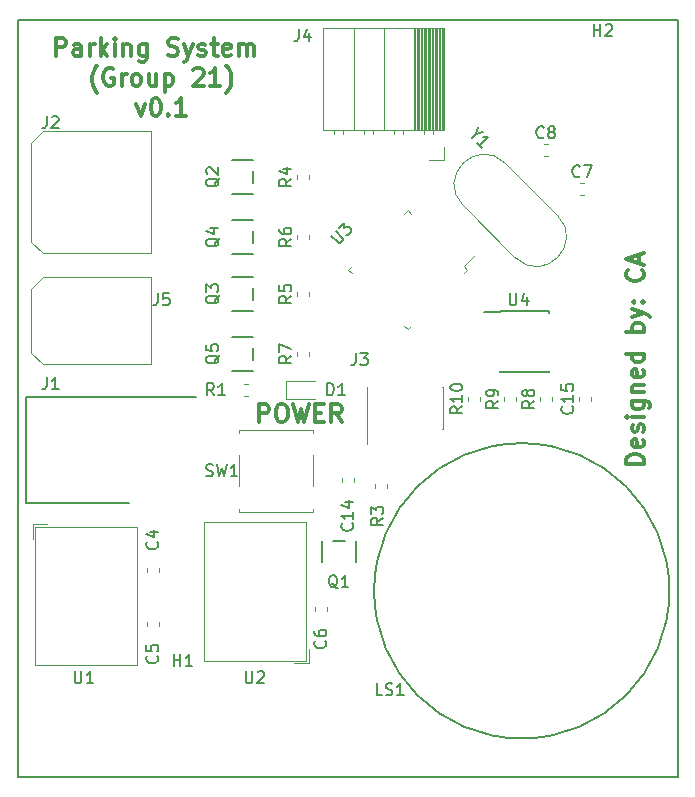
<source format=gbr>
%TF.GenerationSoftware,KiCad,Pcbnew,(5.0.2)-1*%
%TF.CreationDate,2019-02-18T18:23:53-07:00*%
%TF.ProjectId,ParkingSystem,5061726b-696e-4675-9379-7374656d2e6b,v01*%
%TF.SameCoordinates,Original*%
%TF.FileFunction,Legend,Top*%
%TF.FilePolarity,Positive*%
%FSLAX46Y46*%
G04 Gerber Fmt 4.6, Leading zero omitted, Abs format (unit mm)*
G04 Created by KiCad (PCBNEW (5.0.2)-1) date 2019-02-18 6:23:53 PM*
%MOMM*%
%LPD*%
G01*
G04 APERTURE LIST*
%ADD10C,0.300000*%
%ADD11C,0.200000*%
%ADD12C,0.150000*%
%ADD13C,0.120000*%
G04 APERTURE END LIST*
D10*
X121582571Y-72575428D02*
X120082571Y-72575428D01*
X120082571Y-72218285D01*
X120154000Y-72004000D01*
X120296857Y-71861142D01*
X120439714Y-71789714D01*
X120725428Y-71718285D01*
X120939714Y-71718285D01*
X121225428Y-71789714D01*
X121368285Y-71861142D01*
X121511142Y-72004000D01*
X121582571Y-72218285D01*
X121582571Y-72575428D01*
X121511142Y-70504000D02*
X121582571Y-70646857D01*
X121582571Y-70932571D01*
X121511142Y-71075428D01*
X121368285Y-71146857D01*
X120796857Y-71146857D01*
X120654000Y-71075428D01*
X120582571Y-70932571D01*
X120582571Y-70646857D01*
X120654000Y-70504000D01*
X120796857Y-70432571D01*
X120939714Y-70432571D01*
X121082571Y-71146857D01*
X121511142Y-69861142D02*
X121582571Y-69718285D01*
X121582571Y-69432571D01*
X121511142Y-69289714D01*
X121368285Y-69218285D01*
X121296857Y-69218285D01*
X121154000Y-69289714D01*
X121082571Y-69432571D01*
X121082571Y-69646857D01*
X121011142Y-69789714D01*
X120868285Y-69861142D01*
X120796857Y-69861142D01*
X120654000Y-69789714D01*
X120582571Y-69646857D01*
X120582571Y-69432571D01*
X120654000Y-69289714D01*
X121582571Y-68575428D02*
X120582571Y-68575428D01*
X120082571Y-68575428D02*
X120154000Y-68646857D01*
X120225428Y-68575428D01*
X120154000Y-68504000D01*
X120082571Y-68575428D01*
X120225428Y-68575428D01*
X120582571Y-67218285D02*
X121796857Y-67218285D01*
X121939714Y-67289714D01*
X122011142Y-67361142D01*
X122082571Y-67504000D01*
X122082571Y-67718285D01*
X122011142Y-67861142D01*
X121511142Y-67218285D02*
X121582571Y-67361142D01*
X121582571Y-67646857D01*
X121511142Y-67789714D01*
X121439714Y-67861142D01*
X121296857Y-67932571D01*
X120868285Y-67932571D01*
X120725428Y-67861142D01*
X120654000Y-67789714D01*
X120582571Y-67646857D01*
X120582571Y-67361142D01*
X120654000Y-67218285D01*
X120582571Y-66504000D02*
X121582571Y-66504000D01*
X120725428Y-66504000D02*
X120654000Y-66432571D01*
X120582571Y-66289714D01*
X120582571Y-66075428D01*
X120654000Y-65932571D01*
X120796857Y-65861142D01*
X121582571Y-65861142D01*
X121511142Y-64575428D02*
X121582571Y-64718285D01*
X121582571Y-65004000D01*
X121511142Y-65146857D01*
X121368285Y-65218285D01*
X120796857Y-65218285D01*
X120654000Y-65146857D01*
X120582571Y-65004000D01*
X120582571Y-64718285D01*
X120654000Y-64575428D01*
X120796857Y-64504000D01*
X120939714Y-64504000D01*
X121082571Y-65218285D01*
X121582571Y-63218285D02*
X120082571Y-63218285D01*
X121511142Y-63218285D02*
X121582571Y-63361142D01*
X121582571Y-63646857D01*
X121511142Y-63789714D01*
X121439714Y-63861142D01*
X121296857Y-63932571D01*
X120868285Y-63932571D01*
X120725428Y-63861142D01*
X120654000Y-63789714D01*
X120582571Y-63646857D01*
X120582571Y-63361142D01*
X120654000Y-63218285D01*
X121582571Y-61361142D02*
X120082571Y-61361142D01*
X120654000Y-61361142D02*
X120582571Y-61218285D01*
X120582571Y-60932571D01*
X120654000Y-60789714D01*
X120725428Y-60718285D01*
X120868285Y-60646857D01*
X121296857Y-60646857D01*
X121439714Y-60718285D01*
X121511142Y-60789714D01*
X121582571Y-60932571D01*
X121582571Y-61218285D01*
X121511142Y-61361142D01*
X120582571Y-60146857D02*
X121582571Y-59789714D01*
X120582571Y-59432571D02*
X121582571Y-59789714D01*
X121939714Y-59932571D01*
X122011142Y-60004000D01*
X122082571Y-60146857D01*
X121439714Y-58861142D02*
X121511142Y-58789714D01*
X121582571Y-58861142D01*
X121511142Y-58932571D01*
X121439714Y-58861142D01*
X121582571Y-58861142D01*
X120654000Y-58861142D02*
X120725428Y-58789714D01*
X120796857Y-58861142D01*
X120725428Y-58932571D01*
X120654000Y-58861142D01*
X120796857Y-58861142D01*
X121439714Y-56146857D02*
X121511142Y-56218285D01*
X121582571Y-56432571D01*
X121582571Y-56575428D01*
X121511142Y-56789714D01*
X121368285Y-56932571D01*
X121225428Y-57004000D01*
X120939714Y-57075428D01*
X120725428Y-57075428D01*
X120439714Y-57004000D01*
X120296857Y-56932571D01*
X120154000Y-56789714D01*
X120082571Y-56575428D01*
X120082571Y-56432571D01*
X120154000Y-56218285D01*
X120225428Y-56146857D01*
X121154000Y-55575428D02*
X121154000Y-54861142D01*
X121582571Y-55718285D02*
X120082571Y-55218285D01*
X121582571Y-54718285D01*
X71807714Y-38006571D02*
X71807714Y-36506571D01*
X72379142Y-36506571D01*
X72522000Y-36578000D01*
X72593428Y-36649428D01*
X72664857Y-36792285D01*
X72664857Y-37006571D01*
X72593428Y-37149428D01*
X72522000Y-37220857D01*
X72379142Y-37292285D01*
X71807714Y-37292285D01*
X73950571Y-38006571D02*
X73950571Y-37220857D01*
X73879142Y-37078000D01*
X73736285Y-37006571D01*
X73450571Y-37006571D01*
X73307714Y-37078000D01*
X73950571Y-37935142D02*
X73807714Y-38006571D01*
X73450571Y-38006571D01*
X73307714Y-37935142D01*
X73236285Y-37792285D01*
X73236285Y-37649428D01*
X73307714Y-37506571D01*
X73450571Y-37435142D01*
X73807714Y-37435142D01*
X73950571Y-37363714D01*
X74664857Y-38006571D02*
X74664857Y-37006571D01*
X74664857Y-37292285D02*
X74736285Y-37149428D01*
X74807714Y-37078000D01*
X74950571Y-37006571D01*
X75093428Y-37006571D01*
X75593428Y-38006571D02*
X75593428Y-36506571D01*
X75736285Y-37435142D02*
X76164857Y-38006571D01*
X76164857Y-37006571D02*
X75593428Y-37578000D01*
X76807714Y-38006571D02*
X76807714Y-37006571D01*
X76807714Y-36506571D02*
X76736285Y-36578000D01*
X76807714Y-36649428D01*
X76879142Y-36578000D01*
X76807714Y-36506571D01*
X76807714Y-36649428D01*
X77522000Y-37006571D02*
X77522000Y-38006571D01*
X77522000Y-37149428D02*
X77593428Y-37078000D01*
X77736285Y-37006571D01*
X77950571Y-37006571D01*
X78093428Y-37078000D01*
X78164857Y-37220857D01*
X78164857Y-38006571D01*
X79522000Y-37006571D02*
X79522000Y-38220857D01*
X79450571Y-38363714D01*
X79379142Y-38435142D01*
X79236285Y-38506571D01*
X79022000Y-38506571D01*
X78879142Y-38435142D01*
X79522000Y-37935142D02*
X79379142Y-38006571D01*
X79093428Y-38006571D01*
X78950571Y-37935142D01*
X78879142Y-37863714D01*
X78807714Y-37720857D01*
X78807714Y-37292285D01*
X78879142Y-37149428D01*
X78950571Y-37078000D01*
X79093428Y-37006571D01*
X79379142Y-37006571D01*
X79522000Y-37078000D01*
X81307714Y-37935142D02*
X81522000Y-38006571D01*
X81879142Y-38006571D01*
X82022000Y-37935142D01*
X82093428Y-37863714D01*
X82164857Y-37720857D01*
X82164857Y-37578000D01*
X82093428Y-37435142D01*
X82022000Y-37363714D01*
X81879142Y-37292285D01*
X81593428Y-37220857D01*
X81450571Y-37149428D01*
X81379142Y-37078000D01*
X81307714Y-36935142D01*
X81307714Y-36792285D01*
X81379142Y-36649428D01*
X81450571Y-36578000D01*
X81593428Y-36506571D01*
X81950571Y-36506571D01*
X82164857Y-36578000D01*
X82664857Y-37006571D02*
X83022000Y-38006571D01*
X83379142Y-37006571D02*
X83022000Y-38006571D01*
X82879142Y-38363714D01*
X82807714Y-38435142D01*
X82664857Y-38506571D01*
X83879142Y-37935142D02*
X84022000Y-38006571D01*
X84307714Y-38006571D01*
X84450571Y-37935142D01*
X84522000Y-37792285D01*
X84522000Y-37720857D01*
X84450571Y-37578000D01*
X84307714Y-37506571D01*
X84093428Y-37506571D01*
X83950571Y-37435142D01*
X83879142Y-37292285D01*
X83879142Y-37220857D01*
X83950571Y-37078000D01*
X84093428Y-37006571D01*
X84307714Y-37006571D01*
X84450571Y-37078000D01*
X84950571Y-37006571D02*
X85522000Y-37006571D01*
X85164857Y-36506571D02*
X85164857Y-37792285D01*
X85236285Y-37935142D01*
X85379142Y-38006571D01*
X85522000Y-38006571D01*
X86593428Y-37935142D02*
X86450571Y-38006571D01*
X86164857Y-38006571D01*
X86022000Y-37935142D01*
X85950571Y-37792285D01*
X85950571Y-37220857D01*
X86022000Y-37078000D01*
X86164857Y-37006571D01*
X86450571Y-37006571D01*
X86593428Y-37078000D01*
X86664857Y-37220857D01*
X86664857Y-37363714D01*
X85950571Y-37506571D01*
X87307714Y-38006571D02*
X87307714Y-37006571D01*
X87307714Y-37149428D02*
X87379142Y-37078000D01*
X87522000Y-37006571D01*
X87736285Y-37006571D01*
X87879142Y-37078000D01*
X87950571Y-37220857D01*
X87950571Y-38006571D01*
X87950571Y-37220857D02*
X88022000Y-37078000D01*
X88164857Y-37006571D01*
X88379142Y-37006571D01*
X88522000Y-37078000D01*
X88593428Y-37220857D01*
X88593428Y-38006571D01*
X75307714Y-41128000D02*
X75236285Y-41056571D01*
X75093428Y-40842285D01*
X75022000Y-40699428D01*
X74950571Y-40485142D01*
X74879142Y-40128000D01*
X74879142Y-39842285D01*
X74950571Y-39485142D01*
X75022000Y-39270857D01*
X75093428Y-39128000D01*
X75236285Y-38913714D01*
X75307714Y-38842285D01*
X76664857Y-39128000D02*
X76522000Y-39056571D01*
X76307714Y-39056571D01*
X76093428Y-39128000D01*
X75950571Y-39270857D01*
X75879142Y-39413714D01*
X75807714Y-39699428D01*
X75807714Y-39913714D01*
X75879142Y-40199428D01*
X75950571Y-40342285D01*
X76093428Y-40485142D01*
X76307714Y-40556571D01*
X76450571Y-40556571D01*
X76664857Y-40485142D01*
X76736285Y-40413714D01*
X76736285Y-39913714D01*
X76450571Y-39913714D01*
X77379142Y-40556571D02*
X77379142Y-39556571D01*
X77379142Y-39842285D02*
X77450571Y-39699428D01*
X77522000Y-39628000D01*
X77664857Y-39556571D01*
X77807714Y-39556571D01*
X78522000Y-40556571D02*
X78379142Y-40485142D01*
X78307714Y-40413714D01*
X78236285Y-40270857D01*
X78236285Y-39842285D01*
X78307714Y-39699428D01*
X78379142Y-39628000D01*
X78522000Y-39556571D01*
X78736285Y-39556571D01*
X78879142Y-39628000D01*
X78950571Y-39699428D01*
X79022000Y-39842285D01*
X79022000Y-40270857D01*
X78950571Y-40413714D01*
X78879142Y-40485142D01*
X78736285Y-40556571D01*
X78522000Y-40556571D01*
X80307714Y-39556571D02*
X80307714Y-40556571D01*
X79664857Y-39556571D02*
X79664857Y-40342285D01*
X79736285Y-40485142D01*
X79879142Y-40556571D01*
X80093428Y-40556571D01*
X80236285Y-40485142D01*
X80307714Y-40413714D01*
X81022000Y-39556571D02*
X81022000Y-41056571D01*
X81022000Y-39628000D02*
X81164857Y-39556571D01*
X81450571Y-39556571D01*
X81593428Y-39628000D01*
X81664857Y-39699428D01*
X81736285Y-39842285D01*
X81736285Y-40270857D01*
X81664857Y-40413714D01*
X81593428Y-40485142D01*
X81450571Y-40556571D01*
X81164857Y-40556571D01*
X81022000Y-40485142D01*
X83450571Y-39199428D02*
X83522000Y-39128000D01*
X83664857Y-39056571D01*
X84022000Y-39056571D01*
X84164857Y-39128000D01*
X84236285Y-39199428D01*
X84307714Y-39342285D01*
X84307714Y-39485142D01*
X84236285Y-39699428D01*
X83379142Y-40556571D01*
X84307714Y-40556571D01*
X85736285Y-40556571D02*
X84879142Y-40556571D01*
X85307714Y-40556571D02*
X85307714Y-39056571D01*
X85164857Y-39270857D01*
X85022000Y-39413714D01*
X84879142Y-39485142D01*
X86236285Y-41128000D02*
X86307714Y-41056571D01*
X86450571Y-40842285D01*
X86522000Y-40699428D01*
X86593428Y-40485142D01*
X86664857Y-40128000D01*
X86664857Y-39842285D01*
X86593428Y-39485142D01*
X86522000Y-39270857D01*
X86450571Y-39128000D01*
X86307714Y-38913714D01*
X86236285Y-38842285D01*
X78629142Y-42106571D02*
X78986285Y-43106571D01*
X79343428Y-42106571D01*
X80200571Y-41606571D02*
X80343428Y-41606571D01*
X80486285Y-41678000D01*
X80557714Y-41749428D01*
X80629142Y-41892285D01*
X80700571Y-42178000D01*
X80700571Y-42535142D01*
X80629142Y-42820857D01*
X80557714Y-42963714D01*
X80486285Y-43035142D01*
X80343428Y-43106571D01*
X80200571Y-43106571D01*
X80057714Y-43035142D01*
X79986285Y-42963714D01*
X79914857Y-42820857D01*
X79843428Y-42535142D01*
X79843428Y-42178000D01*
X79914857Y-41892285D01*
X79986285Y-41749428D01*
X80057714Y-41678000D01*
X80200571Y-41606571D01*
X81343428Y-42963714D02*
X81414857Y-43035142D01*
X81343428Y-43106571D01*
X81272000Y-43035142D01*
X81343428Y-42963714D01*
X81343428Y-43106571D01*
X82843428Y-43106571D02*
X81986285Y-43106571D01*
X82414857Y-43106571D02*
X82414857Y-41606571D01*
X82272000Y-41820857D01*
X82129142Y-41963714D01*
X81986285Y-42035142D01*
D11*
X124460000Y-99060000D02*
X68580000Y-99060000D01*
X124460000Y-35000000D02*
X124460000Y-99060000D01*
X68580000Y-35000000D02*
X124460000Y-35000000D01*
X68580000Y-99060000D02*
X68580000Y-35000000D01*
D10*
X88991714Y-69004571D02*
X88991714Y-67504571D01*
X89563142Y-67504571D01*
X89706000Y-67576000D01*
X89777428Y-67647428D01*
X89848857Y-67790285D01*
X89848857Y-68004571D01*
X89777428Y-68147428D01*
X89706000Y-68218857D01*
X89563142Y-68290285D01*
X88991714Y-68290285D01*
X90777428Y-67504571D02*
X91063142Y-67504571D01*
X91206000Y-67576000D01*
X91348857Y-67718857D01*
X91420285Y-68004571D01*
X91420285Y-68504571D01*
X91348857Y-68790285D01*
X91206000Y-68933142D01*
X91063142Y-69004571D01*
X90777428Y-69004571D01*
X90634571Y-68933142D01*
X90491714Y-68790285D01*
X90420285Y-68504571D01*
X90420285Y-68004571D01*
X90491714Y-67718857D01*
X90634571Y-67576000D01*
X90777428Y-67504571D01*
X91920285Y-67504571D02*
X92277428Y-69004571D01*
X92563142Y-67933142D01*
X92848857Y-69004571D01*
X93206000Y-67504571D01*
X93777428Y-68218857D02*
X94277428Y-68218857D01*
X94491714Y-69004571D02*
X93777428Y-69004571D01*
X93777428Y-67504571D01*
X94491714Y-67504571D01*
X95991714Y-69004571D02*
X95491714Y-68290285D01*
X95134571Y-69004571D02*
X95134571Y-67504571D01*
X95706000Y-67504571D01*
X95848857Y-67576000D01*
X95920285Y-67647428D01*
X95991714Y-67790285D01*
X95991714Y-68004571D01*
X95920285Y-68147428D01*
X95848857Y-68218857D01*
X95706000Y-68290285D01*
X95134571Y-68290285D01*
D12*
X69254000Y-75874000D02*
X77978000Y-75874000D01*
X69254000Y-66874000D02*
X69254000Y-75824000D01*
X69254000Y-66874000D02*
X83654000Y-66874000D01*
D13*
X79840000Y-64137000D02*
X70710000Y-64137000D01*
X70710000Y-64137000D02*
X69710000Y-63137000D01*
X69710000Y-63137000D02*
X69710000Y-57767000D01*
X69710000Y-57767000D02*
X70710000Y-56767000D01*
X70710000Y-56767000D02*
X79840000Y-56767000D01*
X79840000Y-56767000D02*
X79840000Y-64137000D01*
X79840000Y-54739000D02*
X70710000Y-54739000D01*
X70710000Y-54739000D02*
X69710000Y-53739000D01*
X69710000Y-53739000D02*
X69710000Y-45369000D01*
X69710000Y-45369000D02*
X70710000Y-44369000D01*
X70710000Y-44369000D02*
X79840000Y-44369000D01*
X79840000Y-44369000D02*
X79840000Y-54739000D01*
D12*
X123752000Y-83312000D02*
G75*
G03X123752000Y-83312000I-12500000J0D01*
G01*
D13*
X69836000Y-77669000D02*
X69836000Y-78909000D01*
X71076000Y-77669000D02*
X69836000Y-77669000D01*
X78696000Y-89630000D02*
X70076000Y-89630000D01*
X78696000Y-77909000D02*
X70076000Y-77909000D01*
X70076000Y-77909000D02*
X70076000Y-89630000D01*
X78696000Y-77909000D02*
X78696000Y-89630000D01*
X113794000Y-67227267D02*
X113794000Y-66884733D01*
X112774000Y-67227267D02*
X112774000Y-66884733D01*
X110746000Y-67227267D02*
X110746000Y-66884733D01*
X109726000Y-67227267D02*
X109726000Y-66884733D01*
X79500000Y-81362733D02*
X79500000Y-81705267D01*
X80520000Y-81362733D02*
X80520000Y-81705267D01*
X80520000Y-86277267D02*
X80520000Y-85934733D01*
X79500000Y-86277267D02*
X79500000Y-85934733D01*
X94744000Y-85007267D02*
X94744000Y-84664733D01*
X93724000Y-85007267D02*
X93724000Y-84664733D01*
X116160733Y-49786000D02*
X116503267Y-49786000D01*
X116160733Y-48766000D02*
X116503267Y-48766000D01*
X113112733Y-46484000D02*
X113455267Y-46484000D01*
X113112733Y-45464000D02*
X113455267Y-45464000D01*
X96010000Y-73742733D02*
X96010000Y-74085267D01*
X97030000Y-73742733D02*
X97030000Y-74085267D01*
X117096000Y-67227267D02*
X117096000Y-66884733D01*
X116076000Y-67227267D02*
X116076000Y-66884733D01*
X104516000Y-66053000D02*
X104581000Y-66053000D01*
X104516000Y-69583000D02*
X104581000Y-69583000D01*
X98111000Y-66053000D02*
X98176000Y-66053000D01*
X98111000Y-69583000D02*
X98176000Y-69583000D01*
X98176000Y-70908000D02*
X98176000Y-69583000D01*
X104581000Y-69583000D02*
X104581000Y-66053000D01*
X98111000Y-69583000D02*
X98111000Y-66053000D01*
X104708000Y-45720000D02*
X104708000Y-46830000D01*
X104708000Y-46830000D02*
X103378000Y-46830000D01*
X104708000Y-35630000D02*
X94428000Y-35630000D01*
X94428000Y-35630000D02*
X94428000Y-44260000D01*
X104708000Y-44260000D02*
X94428000Y-44260000D01*
X104708000Y-35630000D02*
X104708000Y-44260000D01*
X97028000Y-35630000D02*
X97028000Y-44260000D01*
X99568000Y-35630000D02*
X99568000Y-44260000D01*
X102108000Y-35630000D02*
X102108000Y-44260000D01*
X95398000Y-44260000D02*
X95398000Y-44670000D01*
X96118000Y-44260000D02*
X96118000Y-44670000D01*
X97938000Y-44260000D02*
X97938000Y-44670000D01*
X98658000Y-44260000D02*
X98658000Y-44670000D01*
X100478000Y-44260000D02*
X100478000Y-44670000D01*
X101198000Y-44260000D02*
X101198000Y-44670000D01*
X103018000Y-44260000D02*
X103018000Y-44610000D01*
X103738000Y-44260000D02*
X103738000Y-44610000D01*
X102226100Y-35630000D02*
X102226100Y-44260000D01*
X102344195Y-35630000D02*
X102344195Y-44260000D01*
X102462290Y-35630000D02*
X102462290Y-44260000D01*
X102580385Y-35630000D02*
X102580385Y-44260000D01*
X102698480Y-35630000D02*
X102698480Y-44260000D01*
X102816575Y-35630000D02*
X102816575Y-44260000D01*
X102934670Y-35630000D02*
X102934670Y-44260000D01*
X103052765Y-35630000D02*
X103052765Y-44260000D01*
X103170860Y-35630000D02*
X103170860Y-44260000D01*
X103288955Y-35630000D02*
X103288955Y-44260000D01*
X103407050Y-35630000D02*
X103407050Y-44260000D01*
X103525145Y-35630000D02*
X103525145Y-44260000D01*
X103643240Y-35630000D02*
X103643240Y-44260000D01*
X103761335Y-35630000D02*
X103761335Y-44260000D01*
X103879430Y-35630000D02*
X103879430Y-44260000D01*
X103997525Y-35630000D02*
X103997525Y-44260000D01*
X104115620Y-35630000D02*
X104115620Y-44260000D01*
X104233715Y-35630000D02*
X104233715Y-44260000D01*
X104351810Y-35630000D02*
X104351810Y-44260000D01*
X104469905Y-35630000D02*
X104469905Y-44260000D01*
X104588000Y-35630000D02*
X104588000Y-44260000D01*
D12*
X96258000Y-79110000D02*
X95258000Y-79110000D01*
X94308000Y-80910000D02*
X94308000Y-79110000D01*
X97208000Y-80910000D02*
X97208000Y-79110000D01*
X88530000Y-48760000D02*
X88530000Y-47760000D01*
X86730000Y-46810000D02*
X88530000Y-46810000D01*
X86730000Y-49710000D02*
X88530000Y-49710000D01*
X88530000Y-58666000D02*
X88530000Y-57666000D01*
X86730000Y-56716000D02*
X88530000Y-56716000D01*
X86730000Y-59616000D02*
X88530000Y-59616000D01*
X88530000Y-53840000D02*
X88530000Y-52840000D01*
X86730000Y-51890000D02*
X88530000Y-51890000D01*
X86730000Y-54790000D02*
X88530000Y-54790000D01*
X88530000Y-63746000D02*
X88530000Y-62746000D01*
X86730000Y-61796000D02*
X88530000Y-61796000D01*
X86730000Y-64696000D02*
X88530000Y-64696000D01*
D13*
X88055267Y-65784000D02*
X87712733Y-65784000D01*
X88055267Y-66804000D02*
X87712733Y-66804000D01*
X98804000Y-74250733D02*
X98804000Y-74593267D01*
X99824000Y-74250733D02*
X99824000Y-74593267D01*
X93220000Y-48431267D02*
X93220000Y-48088733D01*
X92200000Y-48431267D02*
X92200000Y-48088733D01*
X93220000Y-58337267D02*
X93220000Y-57994733D01*
X92200000Y-58337267D02*
X92200000Y-57994733D01*
X93220000Y-53511267D02*
X93220000Y-53168733D01*
X92200000Y-53511267D02*
X92200000Y-53168733D01*
X93220000Y-63417267D02*
X93220000Y-63074733D01*
X92200000Y-63417267D02*
X92200000Y-63074733D01*
X107698000Y-67227267D02*
X107698000Y-66884733D01*
X106678000Y-67227267D02*
X106678000Y-66884733D01*
X87274000Y-74452000D02*
X87274000Y-71852000D01*
X93574000Y-69702000D02*
X93574000Y-69952000D01*
X87274000Y-69702000D02*
X93574000Y-69702000D01*
X87274000Y-69952000D02*
X87274000Y-69702000D01*
X93574000Y-71852000D02*
X93574000Y-74452000D01*
X87274000Y-76602000D02*
X87274000Y-76352000D01*
X93574000Y-76602000D02*
X87274000Y-76602000D01*
X93574000Y-76352000D02*
X93574000Y-76602000D01*
X93232000Y-89463000D02*
X93232000Y-88223000D01*
X91992000Y-89463000D02*
X93232000Y-89463000D01*
X84372000Y-77502000D02*
X92992000Y-77502000D01*
X84372000Y-89223000D02*
X92992000Y-89223000D01*
X92992000Y-89223000D02*
X92992000Y-77502000D01*
X84372000Y-89223000D02*
X84372000Y-77502000D01*
X101600000Y-51099400D02*
X101303015Y-51396385D01*
X106634600Y-56134000D02*
X106337615Y-55837015D01*
X106337615Y-55837015D02*
X107313423Y-54861208D01*
X101600000Y-61168600D02*
X101896985Y-60871615D01*
X96565400Y-56134000D02*
X96862385Y-55837015D01*
X106634600Y-56134000D02*
X106337615Y-56430985D01*
X101600000Y-51099400D02*
X101896985Y-51396385D01*
X96565400Y-56134000D02*
X96862385Y-56430985D01*
X101600000Y-61168600D02*
X101303015Y-60871615D01*
D12*
X109431000Y-59705000D02*
X108031000Y-59705000D01*
X109431000Y-64805000D02*
X113581000Y-64805000D01*
X109431000Y-59655000D02*
X113581000Y-59655000D01*
X109431000Y-64805000D02*
X109431000Y-64660000D01*
X113581000Y-64805000D02*
X113581000Y-64660000D01*
X113581000Y-59655000D02*
X113581000Y-59800000D01*
X109431000Y-59655000D02*
X109431000Y-59705000D01*
D13*
X109857325Y-47104436D02*
G75*
G03X106286435Y-50675324I-1785445J-1785444D01*
G01*
X114276742Y-51523852D02*
G75*
G02X110705852Y-55094742I-1785445J-1785445D01*
G01*
X114276742Y-51523852D02*
X109857324Y-47104435D01*
X110705852Y-55094742D02*
X106286435Y-50675324D01*
X93764000Y-65559000D02*
X91304000Y-65559000D01*
X91304000Y-65559000D02*
X91304000Y-67029000D01*
X91304000Y-67029000D02*
X93764000Y-67029000D01*
D12*
X71040666Y-65238380D02*
X71040666Y-65952666D01*
X70993047Y-66095523D01*
X70897809Y-66190761D01*
X70754952Y-66238380D01*
X70659714Y-66238380D01*
X72040666Y-66238380D02*
X71469238Y-66238380D01*
X71754952Y-66238380D02*
X71754952Y-65238380D01*
X71659714Y-65381238D01*
X71564476Y-65476476D01*
X71469238Y-65524095D01*
X80438666Y-58126380D02*
X80438666Y-58840666D01*
X80391047Y-58983523D01*
X80295809Y-59078761D01*
X80152952Y-59126380D01*
X80057714Y-59126380D01*
X81391047Y-58126380D02*
X80914857Y-58126380D01*
X80867238Y-58602571D01*
X80914857Y-58554952D01*
X81010095Y-58507333D01*
X81248190Y-58507333D01*
X81343428Y-58554952D01*
X81391047Y-58602571D01*
X81438666Y-58697809D01*
X81438666Y-58935904D01*
X81391047Y-59031142D01*
X81343428Y-59078761D01*
X81248190Y-59126380D01*
X81010095Y-59126380D01*
X80914857Y-59078761D01*
X80867238Y-59031142D01*
X71040666Y-43140380D02*
X71040666Y-43854666D01*
X70993047Y-43997523D01*
X70897809Y-44092761D01*
X70754952Y-44140380D01*
X70659714Y-44140380D01*
X71469238Y-43235619D02*
X71516857Y-43188000D01*
X71612095Y-43140380D01*
X71850190Y-43140380D01*
X71945428Y-43188000D01*
X71993047Y-43235619D01*
X72040666Y-43330857D01*
X72040666Y-43426095D01*
X71993047Y-43568952D01*
X71421619Y-44140380D01*
X72040666Y-44140380D01*
X99433142Y-92146380D02*
X98956952Y-92146380D01*
X98956952Y-91146380D01*
X99718857Y-92098761D02*
X99861714Y-92146380D01*
X100099809Y-92146380D01*
X100195047Y-92098761D01*
X100242666Y-92051142D01*
X100290285Y-91955904D01*
X100290285Y-91860666D01*
X100242666Y-91765428D01*
X100195047Y-91717809D01*
X100099809Y-91670190D01*
X99909333Y-91622571D01*
X99814095Y-91574952D01*
X99766476Y-91527333D01*
X99718857Y-91432095D01*
X99718857Y-91336857D01*
X99766476Y-91241619D01*
X99814095Y-91194000D01*
X99909333Y-91146380D01*
X100147428Y-91146380D01*
X100290285Y-91194000D01*
X101242666Y-92146380D02*
X100671238Y-92146380D01*
X100956952Y-92146380D02*
X100956952Y-91146380D01*
X100861714Y-91289238D01*
X100766476Y-91384476D01*
X100671238Y-91432095D01*
X117348095Y-36342380D02*
X117348095Y-35342380D01*
X117348095Y-35818571D02*
X117919523Y-35818571D01*
X117919523Y-36342380D02*
X117919523Y-35342380D01*
X118348095Y-35437619D02*
X118395714Y-35390000D01*
X118490952Y-35342380D01*
X118729047Y-35342380D01*
X118824285Y-35390000D01*
X118871904Y-35437619D01*
X118919523Y-35532857D01*
X118919523Y-35628095D01*
X118871904Y-35770952D01*
X118300476Y-36342380D01*
X118919523Y-36342380D01*
X81788095Y-89682380D02*
X81788095Y-88682380D01*
X81788095Y-89158571D02*
X82359523Y-89158571D01*
X82359523Y-89682380D02*
X82359523Y-88682380D01*
X83359523Y-89682380D02*
X82788095Y-89682380D01*
X83073809Y-89682380D02*
X83073809Y-88682380D01*
X82978571Y-88825238D01*
X82883333Y-88920476D01*
X82788095Y-88968095D01*
X73406095Y-90130380D02*
X73406095Y-90939904D01*
X73453714Y-91035142D01*
X73501333Y-91082761D01*
X73596571Y-91130380D01*
X73787047Y-91130380D01*
X73882285Y-91082761D01*
X73929904Y-91035142D01*
X73977523Y-90939904D01*
X73977523Y-90130380D01*
X74977523Y-91130380D02*
X74406095Y-91130380D01*
X74691809Y-91130380D02*
X74691809Y-90130380D01*
X74596571Y-90273238D01*
X74501333Y-90368476D01*
X74406095Y-90416095D01*
X112306380Y-67222666D02*
X111830190Y-67556000D01*
X112306380Y-67794095D02*
X111306380Y-67794095D01*
X111306380Y-67413142D01*
X111354000Y-67317904D01*
X111401619Y-67270285D01*
X111496857Y-67222666D01*
X111639714Y-67222666D01*
X111734952Y-67270285D01*
X111782571Y-67317904D01*
X111830190Y-67413142D01*
X111830190Y-67794095D01*
X111734952Y-66651238D02*
X111687333Y-66746476D01*
X111639714Y-66794095D01*
X111544476Y-66841714D01*
X111496857Y-66841714D01*
X111401619Y-66794095D01*
X111354000Y-66746476D01*
X111306380Y-66651238D01*
X111306380Y-66460761D01*
X111354000Y-66365523D01*
X111401619Y-66317904D01*
X111496857Y-66270285D01*
X111544476Y-66270285D01*
X111639714Y-66317904D01*
X111687333Y-66365523D01*
X111734952Y-66460761D01*
X111734952Y-66651238D01*
X111782571Y-66746476D01*
X111830190Y-66794095D01*
X111925428Y-66841714D01*
X112115904Y-66841714D01*
X112211142Y-66794095D01*
X112258761Y-66746476D01*
X112306380Y-66651238D01*
X112306380Y-66460761D01*
X112258761Y-66365523D01*
X112211142Y-66317904D01*
X112115904Y-66270285D01*
X111925428Y-66270285D01*
X111830190Y-66317904D01*
X111782571Y-66365523D01*
X111734952Y-66460761D01*
X109258380Y-67222666D02*
X108782190Y-67556000D01*
X109258380Y-67794095D02*
X108258380Y-67794095D01*
X108258380Y-67413142D01*
X108306000Y-67317904D01*
X108353619Y-67270285D01*
X108448857Y-67222666D01*
X108591714Y-67222666D01*
X108686952Y-67270285D01*
X108734571Y-67317904D01*
X108782190Y-67413142D01*
X108782190Y-67794095D01*
X109258380Y-66746476D02*
X109258380Y-66556000D01*
X109210761Y-66460761D01*
X109163142Y-66413142D01*
X109020285Y-66317904D01*
X108829809Y-66270285D01*
X108448857Y-66270285D01*
X108353619Y-66317904D01*
X108306000Y-66365523D01*
X108258380Y-66460761D01*
X108258380Y-66651238D01*
X108306000Y-66746476D01*
X108353619Y-66794095D01*
X108448857Y-66841714D01*
X108686952Y-66841714D01*
X108782190Y-66794095D01*
X108829809Y-66746476D01*
X108877428Y-66651238D01*
X108877428Y-66460761D01*
X108829809Y-66365523D01*
X108782190Y-66317904D01*
X108686952Y-66270285D01*
X80367142Y-79160666D02*
X80414761Y-79208285D01*
X80462380Y-79351142D01*
X80462380Y-79446380D01*
X80414761Y-79589238D01*
X80319523Y-79684476D01*
X80224285Y-79732095D01*
X80033809Y-79779714D01*
X79890952Y-79779714D01*
X79700476Y-79732095D01*
X79605238Y-79684476D01*
X79510000Y-79589238D01*
X79462380Y-79446380D01*
X79462380Y-79351142D01*
X79510000Y-79208285D01*
X79557619Y-79160666D01*
X79795714Y-78303523D02*
X80462380Y-78303523D01*
X79414761Y-78541619D02*
X80129047Y-78779714D01*
X80129047Y-78160666D01*
X80367142Y-88812666D02*
X80414761Y-88860285D01*
X80462380Y-89003142D01*
X80462380Y-89098380D01*
X80414761Y-89241238D01*
X80319523Y-89336476D01*
X80224285Y-89384095D01*
X80033809Y-89431714D01*
X79890952Y-89431714D01*
X79700476Y-89384095D01*
X79605238Y-89336476D01*
X79510000Y-89241238D01*
X79462380Y-89098380D01*
X79462380Y-89003142D01*
X79510000Y-88860285D01*
X79557619Y-88812666D01*
X79462380Y-87907904D02*
X79462380Y-88384095D01*
X79938571Y-88431714D01*
X79890952Y-88384095D01*
X79843333Y-88288857D01*
X79843333Y-88050761D01*
X79890952Y-87955523D01*
X79938571Y-87907904D01*
X80033809Y-87860285D01*
X80271904Y-87860285D01*
X80367142Y-87907904D01*
X80414761Y-87955523D01*
X80462380Y-88050761D01*
X80462380Y-88288857D01*
X80414761Y-88384095D01*
X80367142Y-88431714D01*
X94591142Y-87542666D02*
X94638761Y-87590285D01*
X94686380Y-87733142D01*
X94686380Y-87828380D01*
X94638761Y-87971238D01*
X94543523Y-88066476D01*
X94448285Y-88114095D01*
X94257809Y-88161714D01*
X94114952Y-88161714D01*
X93924476Y-88114095D01*
X93829238Y-88066476D01*
X93734000Y-87971238D01*
X93686380Y-87828380D01*
X93686380Y-87733142D01*
X93734000Y-87590285D01*
X93781619Y-87542666D01*
X93686380Y-86685523D02*
X93686380Y-86876000D01*
X93734000Y-86971238D01*
X93781619Y-87018857D01*
X93924476Y-87114095D01*
X94114952Y-87161714D01*
X94495904Y-87161714D01*
X94591142Y-87114095D01*
X94638761Y-87066476D01*
X94686380Y-86971238D01*
X94686380Y-86780761D01*
X94638761Y-86685523D01*
X94591142Y-86637904D01*
X94495904Y-86590285D01*
X94257809Y-86590285D01*
X94162571Y-86637904D01*
X94114952Y-86685523D01*
X94067333Y-86780761D01*
X94067333Y-86971238D01*
X94114952Y-87066476D01*
X94162571Y-87114095D01*
X94257809Y-87161714D01*
X116165333Y-48203142D02*
X116117714Y-48250761D01*
X115974857Y-48298380D01*
X115879619Y-48298380D01*
X115736761Y-48250761D01*
X115641523Y-48155523D01*
X115593904Y-48060285D01*
X115546285Y-47869809D01*
X115546285Y-47726952D01*
X115593904Y-47536476D01*
X115641523Y-47441238D01*
X115736761Y-47346000D01*
X115879619Y-47298380D01*
X115974857Y-47298380D01*
X116117714Y-47346000D01*
X116165333Y-47393619D01*
X116498666Y-47298380D02*
X117165333Y-47298380D01*
X116736761Y-48298380D01*
X113117333Y-44901142D02*
X113069714Y-44948761D01*
X112926857Y-44996380D01*
X112831619Y-44996380D01*
X112688761Y-44948761D01*
X112593523Y-44853523D01*
X112545904Y-44758285D01*
X112498285Y-44567809D01*
X112498285Y-44424952D01*
X112545904Y-44234476D01*
X112593523Y-44139238D01*
X112688761Y-44044000D01*
X112831619Y-43996380D01*
X112926857Y-43996380D01*
X113069714Y-44044000D01*
X113117333Y-44091619D01*
X113688761Y-44424952D02*
X113593523Y-44377333D01*
X113545904Y-44329714D01*
X113498285Y-44234476D01*
X113498285Y-44186857D01*
X113545904Y-44091619D01*
X113593523Y-44044000D01*
X113688761Y-43996380D01*
X113879238Y-43996380D01*
X113974476Y-44044000D01*
X114022095Y-44091619D01*
X114069714Y-44186857D01*
X114069714Y-44234476D01*
X114022095Y-44329714D01*
X113974476Y-44377333D01*
X113879238Y-44424952D01*
X113688761Y-44424952D01*
X113593523Y-44472571D01*
X113545904Y-44520190D01*
X113498285Y-44615428D01*
X113498285Y-44805904D01*
X113545904Y-44901142D01*
X113593523Y-44948761D01*
X113688761Y-44996380D01*
X113879238Y-44996380D01*
X113974476Y-44948761D01*
X114022095Y-44901142D01*
X114069714Y-44805904D01*
X114069714Y-44615428D01*
X114022095Y-44520190D01*
X113974476Y-44472571D01*
X113879238Y-44424952D01*
X96877142Y-77604857D02*
X96924761Y-77652476D01*
X96972380Y-77795333D01*
X96972380Y-77890571D01*
X96924761Y-78033428D01*
X96829523Y-78128666D01*
X96734285Y-78176285D01*
X96543809Y-78223904D01*
X96400952Y-78223904D01*
X96210476Y-78176285D01*
X96115238Y-78128666D01*
X96020000Y-78033428D01*
X95972380Y-77890571D01*
X95972380Y-77795333D01*
X96020000Y-77652476D01*
X96067619Y-77604857D01*
X96972380Y-76652476D02*
X96972380Y-77223904D01*
X96972380Y-76938190D02*
X95972380Y-76938190D01*
X96115238Y-77033428D01*
X96210476Y-77128666D01*
X96258095Y-77223904D01*
X96305714Y-75795333D02*
X96972380Y-75795333D01*
X95924761Y-76033428D02*
X96639047Y-76271523D01*
X96639047Y-75652476D01*
X115513142Y-67698857D02*
X115560761Y-67746476D01*
X115608380Y-67889333D01*
X115608380Y-67984571D01*
X115560761Y-68127428D01*
X115465523Y-68222666D01*
X115370285Y-68270285D01*
X115179809Y-68317904D01*
X115036952Y-68317904D01*
X114846476Y-68270285D01*
X114751238Y-68222666D01*
X114656000Y-68127428D01*
X114608380Y-67984571D01*
X114608380Y-67889333D01*
X114656000Y-67746476D01*
X114703619Y-67698857D01*
X115608380Y-66746476D02*
X115608380Y-67317904D01*
X115608380Y-67032190D02*
X114608380Y-67032190D01*
X114751238Y-67127428D01*
X114846476Y-67222666D01*
X114894095Y-67317904D01*
X114608380Y-65841714D02*
X114608380Y-66317904D01*
X115084571Y-66365523D01*
X115036952Y-66317904D01*
X114989333Y-66222666D01*
X114989333Y-65984571D01*
X115036952Y-65889333D01*
X115084571Y-65841714D01*
X115179809Y-65794095D01*
X115417904Y-65794095D01*
X115513142Y-65841714D01*
X115560761Y-65889333D01*
X115608380Y-65984571D01*
X115608380Y-66222666D01*
X115560761Y-66317904D01*
X115513142Y-66365523D01*
X97202666Y-63206380D02*
X97202666Y-63920666D01*
X97155047Y-64063523D01*
X97059809Y-64158761D01*
X96916952Y-64206380D01*
X96821714Y-64206380D01*
X97583619Y-63206380D02*
X98202666Y-63206380D01*
X97869333Y-63587333D01*
X98012190Y-63587333D01*
X98107428Y-63634952D01*
X98155047Y-63682571D01*
X98202666Y-63777809D01*
X98202666Y-64015904D01*
X98155047Y-64111142D01*
X98107428Y-64158761D01*
X98012190Y-64206380D01*
X97726476Y-64206380D01*
X97631238Y-64158761D01*
X97583619Y-64111142D01*
X92376666Y-35774380D02*
X92376666Y-36488666D01*
X92329047Y-36631523D01*
X92233809Y-36726761D01*
X92090952Y-36774380D01*
X91995714Y-36774380D01*
X93281428Y-36107714D02*
X93281428Y-36774380D01*
X93043333Y-35726761D02*
X92805238Y-36441047D01*
X93424285Y-36441047D01*
X95662761Y-83097619D02*
X95567523Y-83050000D01*
X95472285Y-82954761D01*
X95329428Y-82811904D01*
X95234190Y-82764285D01*
X95138952Y-82764285D01*
X95186571Y-83002380D02*
X95091333Y-82954761D01*
X94996095Y-82859523D01*
X94948476Y-82669047D01*
X94948476Y-82335714D01*
X94996095Y-82145238D01*
X95091333Y-82050000D01*
X95186571Y-82002380D01*
X95377047Y-82002380D01*
X95472285Y-82050000D01*
X95567523Y-82145238D01*
X95615142Y-82335714D01*
X95615142Y-82669047D01*
X95567523Y-82859523D01*
X95472285Y-82954761D01*
X95377047Y-83002380D01*
X95186571Y-83002380D01*
X96567523Y-83002380D02*
X95996095Y-83002380D01*
X96281809Y-83002380D02*
X96281809Y-82002380D01*
X96186571Y-82145238D01*
X96091333Y-82240476D01*
X95996095Y-82288095D01*
X85637619Y-48355238D02*
X85590000Y-48450476D01*
X85494761Y-48545714D01*
X85351904Y-48688571D01*
X85304285Y-48783809D01*
X85304285Y-48879047D01*
X85542380Y-48831428D02*
X85494761Y-48926666D01*
X85399523Y-49021904D01*
X85209047Y-49069523D01*
X84875714Y-49069523D01*
X84685238Y-49021904D01*
X84590000Y-48926666D01*
X84542380Y-48831428D01*
X84542380Y-48640952D01*
X84590000Y-48545714D01*
X84685238Y-48450476D01*
X84875714Y-48402857D01*
X85209047Y-48402857D01*
X85399523Y-48450476D01*
X85494761Y-48545714D01*
X85542380Y-48640952D01*
X85542380Y-48831428D01*
X84637619Y-48021904D02*
X84590000Y-47974285D01*
X84542380Y-47879047D01*
X84542380Y-47640952D01*
X84590000Y-47545714D01*
X84637619Y-47498095D01*
X84732857Y-47450476D01*
X84828095Y-47450476D01*
X84970952Y-47498095D01*
X85542380Y-48069523D01*
X85542380Y-47450476D01*
X85637619Y-58261238D02*
X85590000Y-58356476D01*
X85494761Y-58451714D01*
X85351904Y-58594571D01*
X85304285Y-58689809D01*
X85304285Y-58785047D01*
X85542380Y-58737428D02*
X85494761Y-58832666D01*
X85399523Y-58927904D01*
X85209047Y-58975523D01*
X84875714Y-58975523D01*
X84685238Y-58927904D01*
X84590000Y-58832666D01*
X84542380Y-58737428D01*
X84542380Y-58546952D01*
X84590000Y-58451714D01*
X84685238Y-58356476D01*
X84875714Y-58308857D01*
X85209047Y-58308857D01*
X85399523Y-58356476D01*
X85494761Y-58451714D01*
X85542380Y-58546952D01*
X85542380Y-58737428D01*
X84542380Y-57975523D02*
X84542380Y-57356476D01*
X84923333Y-57689809D01*
X84923333Y-57546952D01*
X84970952Y-57451714D01*
X85018571Y-57404095D01*
X85113809Y-57356476D01*
X85351904Y-57356476D01*
X85447142Y-57404095D01*
X85494761Y-57451714D01*
X85542380Y-57546952D01*
X85542380Y-57832666D01*
X85494761Y-57927904D01*
X85447142Y-57975523D01*
X85637619Y-53435238D02*
X85590000Y-53530476D01*
X85494761Y-53625714D01*
X85351904Y-53768571D01*
X85304285Y-53863809D01*
X85304285Y-53959047D01*
X85542380Y-53911428D02*
X85494761Y-54006666D01*
X85399523Y-54101904D01*
X85209047Y-54149523D01*
X84875714Y-54149523D01*
X84685238Y-54101904D01*
X84590000Y-54006666D01*
X84542380Y-53911428D01*
X84542380Y-53720952D01*
X84590000Y-53625714D01*
X84685238Y-53530476D01*
X84875714Y-53482857D01*
X85209047Y-53482857D01*
X85399523Y-53530476D01*
X85494761Y-53625714D01*
X85542380Y-53720952D01*
X85542380Y-53911428D01*
X84875714Y-52625714D02*
X85542380Y-52625714D01*
X84494761Y-52863809D02*
X85209047Y-53101904D01*
X85209047Y-52482857D01*
X85637619Y-63341238D02*
X85590000Y-63436476D01*
X85494761Y-63531714D01*
X85351904Y-63674571D01*
X85304285Y-63769809D01*
X85304285Y-63865047D01*
X85542380Y-63817428D02*
X85494761Y-63912666D01*
X85399523Y-64007904D01*
X85209047Y-64055523D01*
X84875714Y-64055523D01*
X84685238Y-64007904D01*
X84590000Y-63912666D01*
X84542380Y-63817428D01*
X84542380Y-63626952D01*
X84590000Y-63531714D01*
X84685238Y-63436476D01*
X84875714Y-63388857D01*
X85209047Y-63388857D01*
X85399523Y-63436476D01*
X85494761Y-63531714D01*
X85542380Y-63626952D01*
X85542380Y-63817428D01*
X84542380Y-62484095D02*
X84542380Y-62960285D01*
X85018571Y-63007904D01*
X84970952Y-62960285D01*
X84923333Y-62865047D01*
X84923333Y-62626952D01*
X84970952Y-62531714D01*
X85018571Y-62484095D01*
X85113809Y-62436476D01*
X85351904Y-62436476D01*
X85447142Y-62484095D01*
X85494761Y-62531714D01*
X85542380Y-62626952D01*
X85542380Y-62865047D01*
X85494761Y-62960285D01*
X85447142Y-63007904D01*
X85177333Y-66746380D02*
X84844000Y-66270190D01*
X84605904Y-66746380D02*
X84605904Y-65746380D01*
X84986857Y-65746380D01*
X85082095Y-65794000D01*
X85129714Y-65841619D01*
X85177333Y-65936857D01*
X85177333Y-66079714D01*
X85129714Y-66174952D01*
X85082095Y-66222571D01*
X84986857Y-66270190D01*
X84605904Y-66270190D01*
X86129714Y-66746380D02*
X85558285Y-66746380D01*
X85844000Y-66746380D02*
X85844000Y-65746380D01*
X85748761Y-65889238D01*
X85653523Y-65984476D01*
X85558285Y-66032095D01*
X99512380Y-77128666D02*
X99036190Y-77462000D01*
X99512380Y-77700095D02*
X98512380Y-77700095D01*
X98512380Y-77319142D01*
X98560000Y-77223904D01*
X98607619Y-77176285D01*
X98702857Y-77128666D01*
X98845714Y-77128666D01*
X98940952Y-77176285D01*
X98988571Y-77223904D01*
X99036190Y-77319142D01*
X99036190Y-77700095D01*
X98512380Y-76795333D02*
X98512380Y-76176285D01*
X98893333Y-76509619D01*
X98893333Y-76366761D01*
X98940952Y-76271523D01*
X98988571Y-76223904D01*
X99083809Y-76176285D01*
X99321904Y-76176285D01*
X99417142Y-76223904D01*
X99464761Y-76271523D01*
X99512380Y-76366761D01*
X99512380Y-76652476D01*
X99464761Y-76747714D01*
X99417142Y-76795333D01*
X91732380Y-48426666D02*
X91256190Y-48760000D01*
X91732380Y-48998095D02*
X90732380Y-48998095D01*
X90732380Y-48617142D01*
X90780000Y-48521904D01*
X90827619Y-48474285D01*
X90922857Y-48426666D01*
X91065714Y-48426666D01*
X91160952Y-48474285D01*
X91208571Y-48521904D01*
X91256190Y-48617142D01*
X91256190Y-48998095D01*
X91065714Y-47569523D02*
X91732380Y-47569523D01*
X90684761Y-47807619D02*
X91399047Y-48045714D01*
X91399047Y-47426666D01*
X91732380Y-58332666D02*
X91256190Y-58666000D01*
X91732380Y-58904095D02*
X90732380Y-58904095D01*
X90732380Y-58523142D01*
X90780000Y-58427904D01*
X90827619Y-58380285D01*
X90922857Y-58332666D01*
X91065714Y-58332666D01*
X91160952Y-58380285D01*
X91208571Y-58427904D01*
X91256190Y-58523142D01*
X91256190Y-58904095D01*
X90732380Y-57427904D02*
X90732380Y-57904095D01*
X91208571Y-57951714D01*
X91160952Y-57904095D01*
X91113333Y-57808857D01*
X91113333Y-57570761D01*
X91160952Y-57475523D01*
X91208571Y-57427904D01*
X91303809Y-57380285D01*
X91541904Y-57380285D01*
X91637142Y-57427904D01*
X91684761Y-57475523D01*
X91732380Y-57570761D01*
X91732380Y-57808857D01*
X91684761Y-57904095D01*
X91637142Y-57951714D01*
X91732380Y-53506666D02*
X91256190Y-53840000D01*
X91732380Y-54078095D02*
X90732380Y-54078095D01*
X90732380Y-53697142D01*
X90780000Y-53601904D01*
X90827619Y-53554285D01*
X90922857Y-53506666D01*
X91065714Y-53506666D01*
X91160952Y-53554285D01*
X91208571Y-53601904D01*
X91256190Y-53697142D01*
X91256190Y-54078095D01*
X90732380Y-52649523D02*
X90732380Y-52840000D01*
X90780000Y-52935238D01*
X90827619Y-52982857D01*
X90970476Y-53078095D01*
X91160952Y-53125714D01*
X91541904Y-53125714D01*
X91637142Y-53078095D01*
X91684761Y-53030476D01*
X91732380Y-52935238D01*
X91732380Y-52744761D01*
X91684761Y-52649523D01*
X91637142Y-52601904D01*
X91541904Y-52554285D01*
X91303809Y-52554285D01*
X91208571Y-52601904D01*
X91160952Y-52649523D01*
X91113333Y-52744761D01*
X91113333Y-52935238D01*
X91160952Y-53030476D01*
X91208571Y-53078095D01*
X91303809Y-53125714D01*
X91732380Y-63412666D02*
X91256190Y-63746000D01*
X91732380Y-63984095D02*
X90732380Y-63984095D01*
X90732380Y-63603142D01*
X90780000Y-63507904D01*
X90827619Y-63460285D01*
X90922857Y-63412666D01*
X91065714Y-63412666D01*
X91160952Y-63460285D01*
X91208571Y-63507904D01*
X91256190Y-63603142D01*
X91256190Y-63984095D01*
X90732380Y-63079333D02*
X90732380Y-62412666D01*
X91732380Y-62841238D01*
X106210380Y-67698857D02*
X105734190Y-68032190D01*
X106210380Y-68270285D02*
X105210380Y-68270285D01*
X105210380Y-67889333D01*
X105258000Y-67794095D01*
X105305619Y-67746476D01*
X105400857Y-67698857D01*
X105543714Y-67698857D01*
X105638952Y-67746476D01*
X105686571Y-67794095D01*
X105734190Y-67889333D01*
X105734190Y-68270285D01*
X106210380Y-66746476D02*
X106210380Y-67317904D01*
X106210380Y-67032190D02*
X105210380Y-67032190D01*
X105353238Y-67127428D01*
X105448476Y-67222666D01*
X105496095Y-67317904D01*
X105210380Y-66127428D02*
X105210380Y-66032190D01*
X105258000Y-65936952D01*
X105305619Y-65889333D01*
X105400857Y-65841714D01*
X105591333Y-65794095D01*
X105829428Y-65794095D01*
X106019904Y-65841714D01*
X106115142Y-65889333D01*
X106162761Y-65936952D01*
X106210380Y-66032190D01*
X106210380Y-66127428D01*
X106162761Y-66222666D01*
X106115142Y-66270285D01*
X106019904Y-66317904D01*
X105829428Y-66365523D01*
X105591333Y-66365523D01*
X105400857Y-66317904D01*
X105305619Y-66270285D01*
X105258000Y-66222666D01*
X105210380Y-66127428D01*
X84518666Y-73556761D02*
X84661523Y-73604380D01*
X84899619Y-73604380D01*
X84994857Y-73556761D01*
X85042476Y-73509142D01*
X85090095Y-73413904D01*
X85090095Y-73318666D01*
X85042476Y-73223428D01*
X84994857Y-73175809D01*
X84899619Y-73128190D01*
X84709142Y-73080571D01*
X84613904Y-73032952D01*
X84566285Y-72985333D01*
X84518666Y-72890095D01*
X84518666Y-72794857D01*
X84566285Y-72699619D01*
X84613904Y-72652000D01*
X84709142Y-72604380D01*
X84947238Y-72604380D01*
X85090095Y-72652000D01*
X85423428Y-72604380D02*
X85661523Y-73604380D01*
X85852000Y-72890095D01*
X86042476Y-73604380D01*
X86280571Y-72604380D01*
X87185333Y-73604380D02*
X86613904Y-73604380D01*
X86899619Y-73604380D02*
X86899619Y-72604380D01*
X86804380Y-72747238D01*
X86709142Y-72842476D01*
X86613904Y-72890095D01*
X87884095Y-90130380D02*
X87884095Y-90939904D01*
X87931714Y-91035142D01*
X87979333Y-91082761D01*
X88074571Y-91130380D01*
X88265047Y-91130380D01*
X88360285Y-91082761D01*
X88407904Y-91035142D01*
X88455523Y-90939904D01*
X88455523Y-90130380D01*
X88884095Y-90225619D02*
X88931714Y-90178000D01*
X89026952Y-90130380D01*
X89265047Y-90130380D01*
X89360285Y-90178000D01*
X89407904Y-90225619D01*
X89455523Y-90320857D01*
X89455523Y-90416095D01*
X89407904Y-90558952D01*
X88836476Y-91130380D01*
X89455523Y-91130380D01*
X95086026Y-53237522D02*
X95658446Y-53809942D01*
X95759461Y-53843614D01*
X95826805Y-53843614D01*
X95927820Y-53809942D01*
X96062507Y-53675255D01*
X96096179Y-53574240D01*
X96096179Y-53506896D01*
X96062507Y-53405881D01*
X95490087Y-52833461D01*
X95759461Y-52564087D02*
X96197194Y-52126355D01*
X96230866Y-52631431D01*
X96331881Y-52530416D01*
X96432896Y-52496744D01*
X96500240Y-52496744D01*
X96601255Y-52530416D01*
X96769614Y-52698774D01*
X96803286Y-52799790D01*
X96803286Y-52867133D01*
X96769614Y-52968148D01*
X96567583Y-53170179D01*
X96466568Y-53203851D01*
X96399225Y-53203851D01*
X110236095Y-58126380D02*
X110236095Y-58935904D01*
X110283714Y-59031142D01*
X110331333Y-59078761D01*
X110426571Y-59126380D01*
X110617047Y-59126380D01*
X110712285Y-59078761D01*
X110759904Y-59031142D01*
X110807523Y-58935904D01*
X110807523Y-58126380D01*
X111712285Y-58459714D02*
X111712285Y-59126380D01*
X111474190Y-58078761D02*
X111236095Y-58793047D01*
X111855142Y-58793047D01*
X107376118Y-44604446D02*
X107039400Y-44941164D01*
X107510805Y-43998355D02*
X107376118Y-44604446D01*
X107982209Y-44469759D01*
X107881194Y-45782957D02*
X107477133Y-45378896D01*
X107679164Y-45580927D02*
X108386270Y-44873820D01*
X108217912Y-44907492D01*
X108083225Y-44907492D01*
X107982209Y-44873820D01*
X94765904Y-66746380D02*
X94765904Y-65746380D01*
X95004000Y-65746380D01*
X95146857Y-65794000D01*
X95242095Y-65889238D01*
X95289714Y-65984476D01*
X95337333Y-66174952D01*
X95337333Y-66317809D01*
X95289714Y-66508285D01*
X95242095Y-66603523D01*
X95146857Y-66698761D01*
X95004000Y-66746380D01*
X94765904Y-66746380D01*
X96289714Y-66746380D02*
X95718285Y-66746380D01*
X96004000Y-66746380D02*
X96004000Y-65746380D01*
X95908761Y-65889238D01*
X95813523Y-65984476D01*
X95718285Y-66032095D01*
M02*

</source>
